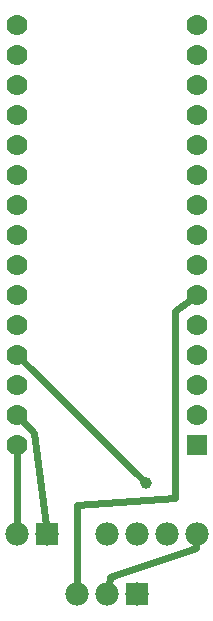
<source format=gtl>
G04 MADE WITH FRITZING*
G04 WWW.FRITZING.ORG*
G04 DOUBLE SIDED*
G04 HOLES PLATED*
G04 CONTOUR ON CENTER OF CONTOUR VECTOR*
%ASAXBY*%
%FSLAX23Y23*%
%MOIN*%
%OFA0B0*%
%SFA1.0B1.0*%
%ADD10C,0.070000*%
%ADD11C,0.078000*%
%ADD12C,0.039370*%
%ADD13R,0.069972X0.070000*%
%ADD14R,0.078000X0.078000*%
%ADD15C,0.024000*%
%LNCOPPER1*%
G90*
G70*
G54D10*
X685Y576D03*
X685Y676D03*
X685Y776D03*
X685Y876D03*
X685Y976D03*
X685Y1076D03*
X685Y1176D03*
X685Y1276D03*
X685Y1376D03*
X685Y1476D03*
X685Y1576D03*
X685Y1676D03*
X685Y1776D03*
X685Y1876D03*
X685Y1976D03*
X85Y576D03*
X85Y676D03*
X85Y776D03*
X85Y876D03*
X85Y976D03*
X85Y1076D03*
X85Y1176D03*
X85Y1276D03*
X85Y1376D03*
X85Y1476D03*
X85Y1576D03*
X85Y1676D03*
X85Y1776D03*
X85Y1876D03*
X85Y1976D03*
G54D11*
X185Y277D03*
X85Y277D03*
X485Y77D03*
X385Y77D03*
X285Y77D03*
X685Y277D03*
X585Y277D03*
X485Y277D03*
X385Y277D03*
G54D12*
X516Y447D03*
G54D13*
X685Y576D03*
G54D14*
X185Y277D03*
X485Y77D03*
G54D15*
X85Y307D02*
X85Y547D01*
D02*
X285Y107D02*
X286Y375D01*
D02*
X286Y375D02*
X612Y399D01*
X612Y399D02*
X612Y1023D01*
X612Y1023D02*
X662Y1059D01*
D02*
X106Y655D02*
X144Y615D01*
X144Y615D02*
X182Y307D01*
D02*
X391Y107D02*
X396Y135D01*
X396Y135D02*
X684Y231D01*
X684Y231D02*
X684Y247D01*
D02*
X106Y856D02*
X503Y461D01*
G04 End of Copper1*
M02*
</source>
